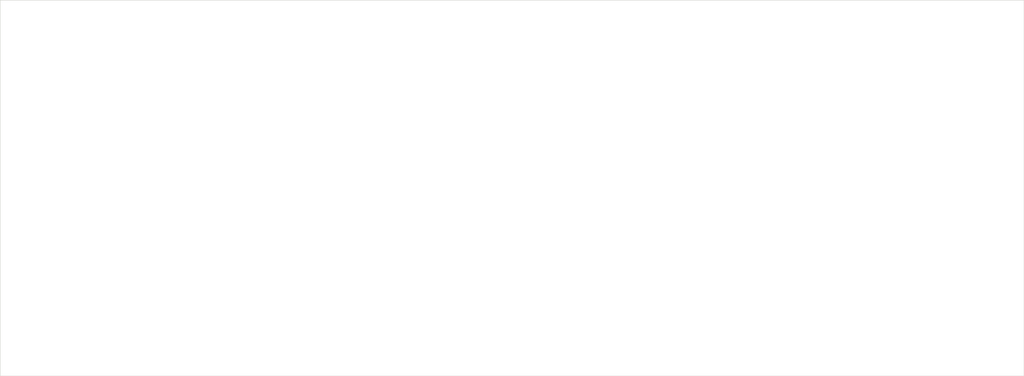
<source format=kicad_pcb>
(kicad_pcb (version 20171130) (host pcbnew 5.1.4-e60b266~84~ubuntu18.04.1)

  (general
    (thickness 1.6)
    (drawings 4)
    (tracks 0)
    (zones 0)
    (modules 0)
    (nets 1)
  )

  (page A4)
  (layers
    (0 F.Cu signal)
    (31 B.Cu signal)
    (32 B.Adhes user)
    (33 F.Adhes user)
    (34 B.Paste user)
    (35 F.Paste user)
    (36 B.SilkS user)
    (37 F.SilkS user)
    (38 B.Mask user)
    (39 F.Mask user)
    (40 Dwgs.User user)
    (41 Cmts.User user)
    (42 Eco1.User user)
    (43 Eco2.User user)
    (44 Edge.Cuts user)
    (45 Margin user)
    (46 B.CrtYd user)
    (47 F.CrtYd user)
    (48 B.Fab user)
    (49 F.Fab user)
  )

  (setup
    (last_trace_width 0.25)
    (trace_clearance 0.2)
    (zone_clearance 0.508)
    (zone_45_only no)
    (trace_min 0.2)
    (via_size 0.8)
    (via_drill 0.4)
    (via_min_size 0.4)
    (via_min_drill 0.3)
    (uvia_size 0.3)
    (uvia_drill 0.1)
    (uvias_allowed no)
    (uvia_min_size 0.2)
    (uvia_min_drill 0.1)
    (edge_width 0.05)
    (segment_width 0.2)
    (pcb_text_width 0.3)
    (pcb_text_size 1.5 1.5)
    (mod_edge_width 0.12)
    (mod_text_size 1 1)
    (mod_text_width 0.15)
    (pad_size 1.524 1.524)
    (pad_drill 0.762)
    (pad_to_mask_clearance 0.051)
    (solder_mask_min_width 0.25)
    (aux_axis_origin 0 0)
    (visible_elements FFFFFF7F)
    (pcbplotparams
      (layerselection 0x010fc_ffffffff)
      (usegerberextensions false)
      (usegerberattributes false)
      (usegerberadvancedattributes false)
      (creategerberjobfile false)
      (excludeedgelayer true)
      (linewidth 0.100000)
      (plotframeref false)
      (viasonmask false)
      (mode 1)
      (useauxorigin false)
      (hpglpennumber 1)
      (hpglpenspeed 20)
      (hpglpendiameter 15.000000)
      (psnegative false)
      (psa4output false)
      (plotreference true)
      (plotvalue true)
      (plotinvisibletext false)
      (padsonsilk false)
      (subtractmaskfromsilk false)
      (outputformat 1)
      (mirror false)
      (drillshape 1)
      (scaleselection 1)
      (outputdirectory ""))
  )

  (net 0 "")

  (net_class Default "This is the default net class."
    (clearance 0.2)
    (trace_width 0.25)
    (via_dia 0.8)
    (via_drill 0.4)
    (uvia_dia 0.3)
    (uvia_drill 0.1)
  )

  (gr_line (start 25.4 66.04) (end 25.4 25.4) (layer Edge.Cuts) (width 0.05) (tstamp 5DCDB5E8))
  (gr_line (start 136.144 66.04) (end 25.4 66.04) (layer Edge.Cuts) (width 0.05))
  (gr_line (start 136.144 25.4) (end 136.144 66.04) (layer Edge.Cuts) (width 0.05))
  (gr_line (start 25.4 25.4) (end 136.144 25.4) (layer Edge.Cuts) (width 0.05))

)

</source>
